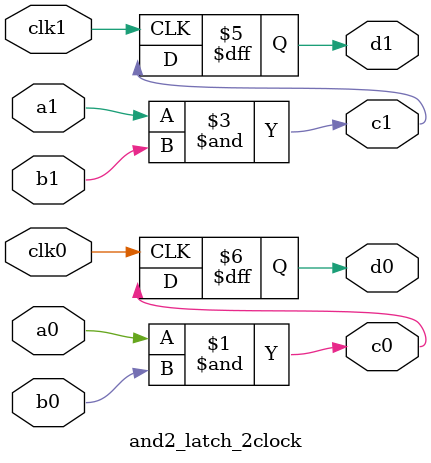
<source format=v>


`timescale 1ns / 1ps

module and2_latch_2clock(
  a0,
  b0,
  clk0,
  a1,
  b1,
  clk1,
  c0,
  d0,
  c1,
  d1);

input wire clk0;

input wire a0;
input wire b0;
output wire c0;
output reg d0;

input wire clk1;

input wire a1;
input wire b1;
output wire c1;
output reg d1;


assign c0 = a0 & b0;

always @(posedge clk0) begin
  d0 <= c0;
end

assign c1 = a1 & b1;

always @(posedge clk1) begin
  d1 <= c1;
end

endmodule

</source>
